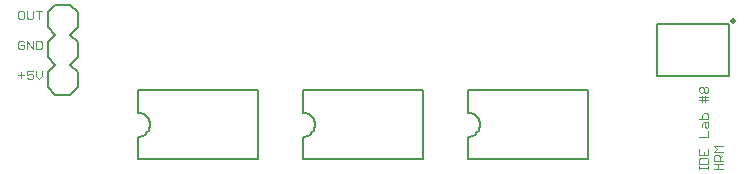
<source format=gto>
G75*
%MOIN*%
%OFA0B0*%
%FSLAX24Y24*%
%IPPOS*%
%LPD*%
%AMOC8*
5,1,8,0,0,1.08239X$1,22.5*
%
%ADD10C,0.0030*%
%ADD11C,0.0060*%
%ADD12C,0.0080*%
%ADD13C,0.0200*%
D10*
X000792Y004243D02*
X000792Y004437D01*
X000888Y004340D02*
X000695Y004340D01*
X000990Y004340D02*
X001086Y004388D01*
X001135Y004388D01*
X001183Y004340D01*
X001183Y004243D01*
X001135Y004195D01*
X001038Y004195D01*
X000990Y004243D01*
X000990Y004340D02*
X000990Y004485D01*
X001183Y004485D01*
X001284Y004485D02*
X001284Y004292D01*
X001381Y004195D01*
X001478Y004292D01*
X001478Y004485D01*
X001429Y005195D02*
X001284Y005195D01*
X001284Y005485D01*
X001429Y005485D01*
X001478Y005437D01*
X001478Y005243D01*
X001429Y005195D01*
X001183Y005195D02*
X001183Y005485D01*
X000990Y005485D02*
X001183Y005195D01*
X000990Y005195D02*
X000990Y005485D01*
X000888Y005437D02*
X000840Y005485D01*
X000743Y005485D01*
X000695Y005437D01*
X000695Y005243D01*
X000743Y005195D01*
X000840Y005195D01*
X000888Y005243D01*
X000888Y005340D01*
X000792Y005340D01*
X000743Y006195D02*
X000840Y006195D01*
X000888Y006243D01*
X000888Y006437D01*
X000840Y006485D01*
X000743Y006485D01*
X000695Y006437D01*
X000695Y006243D01*
X000743Y006195D01*
X000990Y006243D02*
X001038Y006195D01*
X001135Y006195D01*
X001183Y006243D01*
X001183Y006485D01*
X001284Y006485D02*
X001478Y006485D01*
X001381Y006485D02*
X001381Y006195D01*
X000990Y006243D02*
X000990Y006485D01*
X023395Y003894D02*
X023395Y003797D01*
X023443Y003749D01*
X023492Y003749D01*
X023540Y003797D01*
X023540Y003894D01*
X023588Y003942D01*
X023637Y003942D01*
X023685Y003894D01*
X023685Y003797D01*
X023637Y003749D01*
X023588Y003749D01*
X023540Y003797D01*
X023540Y003894D02*
X023492Y003942D01*
X023443Y003942D01*
X023395Y003894D01*
X023492Y003647D02*
X023492Y003599D01*
X023492Y003454D01*
X023588Y003454D02*
X023588Y003647D01*
X023685Y003599D02*
X023395Y003599D01*
X023395Y003502D02*
X023685Y003502D01*
X023637Y003058D02*
X023540Y003058D01*
X023492Y003010D01*
X023492Y002865D01*
X023395Y002865D02*
X023685Y002865D01*
X023685Y003010D01*
X023637Y003058D01*
X023685Y002764D02*
X023685Y002618D01*
X023637Y002570D01*
X023588Y002618D01*
X023588Y002764D01*
X023540Y002764D02*
X023685Y002764D01*
X023540Y002764D02*
X023492Y002715D01*
X023492Y002618D01*
X023685Y002469D02*
X023685Y002275D01*
X023395Y002275D01*
X023875Y001978D02*
X024165Y001978D01*
X023972Y001881D02*
X023875Y001978D01*
X023972Y001881D02*
X023875Y001784D01*
X024165Y001784D01*
X024165Y001683D02*
X024068Y001586D01*
X024068Y001635D02*
X024068Y001490D01*
X024165Y001490D02*
X023875Y001490D01*
X023875Y001635D01*
X023923Y001683D01*
X024020Y001683D01*
X024068Y001635D01*
X024020Y001388D02*
X024020Y001195D01*
X024165Y001195D02*
X023875Y001195D01*
X023685Y001195D02*
X023685Y001292D01*
X023685Y001243D02*
X023395Y001243D01*
X023395Y001195D02*
X023395Y001292D01*
X023395Y001391D02*
X023395Y001537D01*
X023443Y001585D01*
X023637Y001585D01*
X023685Y001537D01*
X023685Y001391D01*
X023395Y001391D01*
X023875Y001388D02*
X024165Y001388D01*
X023685Y001686D02*
X023395Y001686D01*
X023395Y001880D01*
X023540Y001783D02*
X023540Y001686D01*
X023685Y001686D02*
X023685Y001880D01*
D11*
X004680Y001530D02*
X004680Y002280D01*
X004719Y002282D01*
X004758Y002288D01*
X004796Y002297D01*
X004833Y002310D01*
X004869Y002327D01*
X004902Y002347D01*
X004934Y002371D01*
X004963Y002397D01*
X004989Y002426D01*
X005013Y002458D01*
X005033Y002491D01*
X005050Y002527D01*
X005063Y002564D01*
X005072Y002602D01*
X005078Y002641D01*
X005080Y002680D01*
X005078Y002719D01*
X005072Y002758D01*
X005063Y002796D01*
X005050Y002833D01*
X005033Y002869D01*
X005013Y002902D01*
X004989Y002934D01*
X004963Y002963D01*
X004934Y002989D01*
X004902Y003013D01*
X004869Y003033D01*
X004833Y003050D01*
X004796Y003063D01*
X004758Y003072D01*
X004719Y003078D01*
X004680Y003080D01*
X004680Y003830D01*
X008680Y003830D01*
X008680Y001530D01*
X004680Y001530D01*
X010180Y001530D02*
X010180Y002280D01*
X010219Y002282D01*
X010258Y002288D01*
X010296Y002297D01*
X010333Y002310D01*
X010369Y002327D01*
X010402Y002347D01*
X010434Y002371D01*
X010463Y002397D01*
X010489Y002426D01*
X010513Y002458D01*
X010533Y002491D01*
X010550Y002527D01*
X010563Y002564D01*
X010572Y002602D01*
X010578Y002641D01*
X010580Y002680D01*
X010578Y002719D01*
X010572Y002758D01*
X010563Y002796D01*
X010550Y002833D01*
X010533Y002869D01*
X010513Y002902D01*
X010489Y002934D01*
X010463Y002963D01*
X010434Y002989D01*
X010402Y003013D01*
X010369Y003033D01*
X010333Y003050D01*
X010296Y003063D01*
X010258Y003072D01*
X010219Y003078D01*
X010180Y003080D01*
X010180Y003830D01*
X014180Y003830D01*
X014180Y001530D01*
X010180Y001530D01*
X015680Y001530D02*
X015680Y002280D01*
X015719Y002282D01*
X015758Y002288D01*
X015796Y002297D01*
X015833Y002310D01*
X015869Y002327D01*
X015902Y002347D01*
X015934Y002371D01*
X015963Y002397D01*
X015989Y002426D01*
X016013Y002458D01*
X016033Y002491D01*
X016050Y002527D01*
X016063Y002564D01*
X016072Y002602D01*
X016078Y002641D01*
X016080Y002680D01*
X016078Y002719D01*
X016072Y002758D01*
X016063Y002796D01*
X016050Y002833D01*
X016033Y002869D01*
X016013Y002902D01*
X015989Y002934D01*
X015963Y002963D01*
X015934Y002989D01*
X015902Y003013D01*
X015869Y003033D01*
X015833Y003050D01*
X015796Y003063D01*
X015758Y003072D01*
X015719Y003078D01*
X015680Y003080D01*
X015680Y003830D01*
X019680Y003830D01*
X019680Y001530D01*
X015680Y001530D01*
D12*
X021980Y004300D02*
X021980Y006030D01*
X024380Y006030D01*
X024380Y004300D01*
X021980Y004300D01*
X002680Y004430D02*
X002680Y003930D01*
X002430Y003680D01*
X001930Y003680D01*
X001680Y003930D01*
X001680Y004430D01*
X001930Y004680D01*
X001680Y004930D01*
X001680Y005430D01*
X001930Y005680D01*
X001680Y005930D01*
X001680Y006430D01*
X001930Y006680D01*
X002430Y006680D01*
X002680Y006430D01*
X002680Y005930D01*
X002430Y005680D01*
X002680Y005430D01*
X002680Y004930D01*
X002430Y004680D01*
X002680Y004430D01*
D13*
X024505Y006130D03*
M02*

</source>
